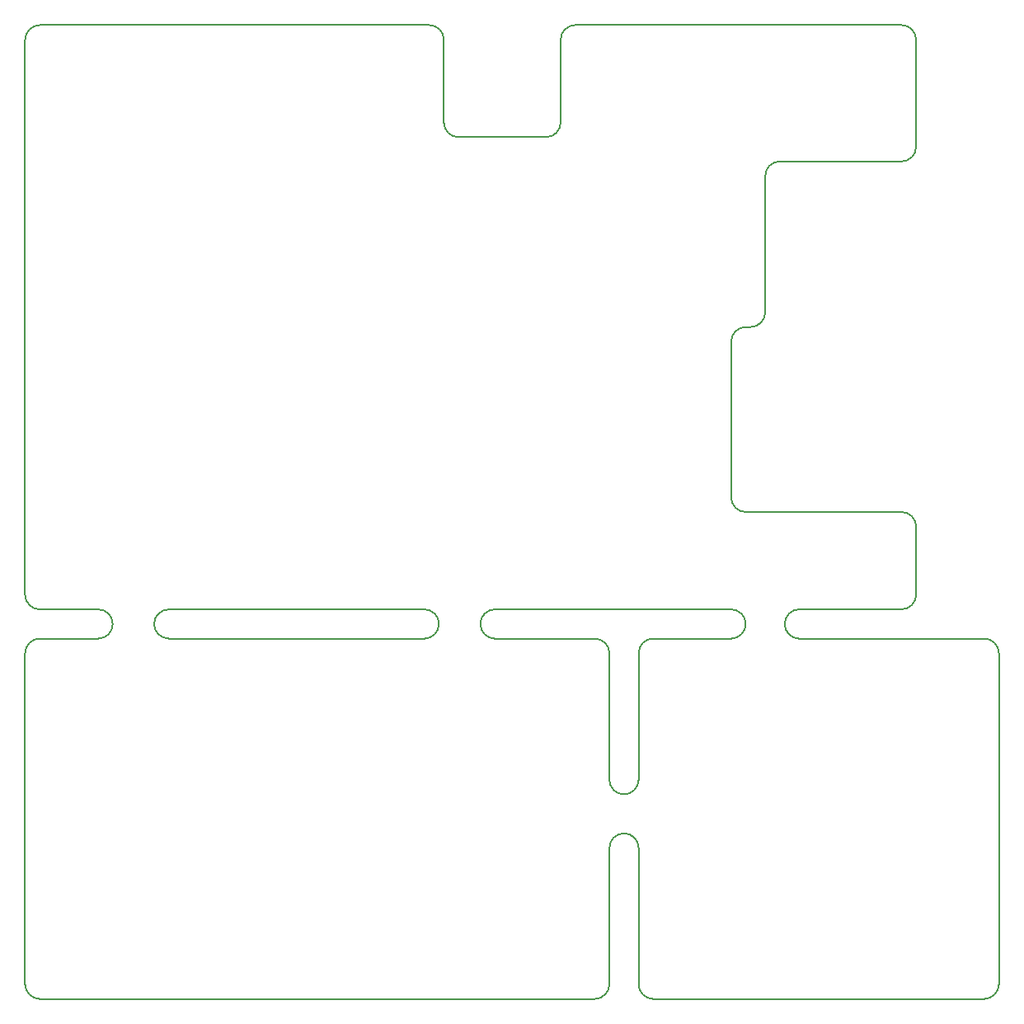
<source format=gbr>
G04 #@! TF.FileFunction,Profile,NP*
%FSLAX46Y46*%
G04 Gerber Fmt 4.6, Leading zero omitted, Abs format (unit mm)*
G04 Created by KiCad (PCBNEW 4.0.1-3.201512221402+6198~38~ubuntu14.04.1-stable) date Tue 26 Jan 2016 10:44:12 AM CET*
%MOMM*%
G01*
G04 APERTURE LIST*
%ADD10C,0.100000*%
%ADD11C,0.150000*%
G04 APERTURE END LIST*
D10*
D11*
X148250000Y-100000000D02*
X172500000Y-100000000D01*
X141000000Y-100000000D02*
X114750000Y-100000000D01*
X114750000Y-103000000D02*
X141000000Y-103000000D01*
X142500000Y-101500000D02*
G75*
G03X141000000Y-100000000I-1500000J0D01*
G01*
X141000000Y-103000000D02*
G75*
G03X142500000Y-101500000I0J1500000D01*
G01*
X101500000Y-100000000D02*
X107500000Y-100000000D01*
X101500000Y-103000000D02*
X107500000Y-103000000D01*
X148250000Y-100000000D02*
G75*
G03X146750000Y-101500000I0J-1500000D01*
G01*
X148250000Y-103000000D02*
X158500000Y-103000000D01*
X146750000Y-101500000D02*
G75*
G03X148250000Y-103000000I1500000J0D01*
G01*
X174000000Y-90000000D02*
X190000000Y-90000000D01*
X177500000Y-54000000D02*
X190000000Y-54000000D01*
X176000000Y-55500000D02*
X176000000Y-69500000D01*
X172500000Y-88500000D02*
X172500000Y-72500000D01*
X174000000Y-71000000D02*
X174500000Y-71000000D01*
X174500000Y-71000000D02*
G75*
G03X176000000Y-69500000I0J1500000D01*
G01*
X174000000Y-71000000D02*
G75*
G03X172500000Y-72500000I0J-1500000D01*
G01*
X161500000Y-119000000D02*
G75*
G03X163000000Y-117500000I0J1500000D01*
G01*
X163000000Y-124500000D02*
G75*
G03X161500000Y-123000000I-1500000J0D01*
G01*
X163000000Y-124500000D02*
X163000000Y-138500000D01*
X163000000Y-104500000D02*
X163000000Y-117500000D01*
X160000000Y-124500000D02*
X160000000Y-138500000D01*
X160000000Y-104500000D02*
X160000000Y-117500000D01*
X161500000Y-123000000D02*
G75*
G03X160000000Y-124500000I0J-1500000D01*
G01*
X160000000Y-117500000D02*
G75*
G03X161500000Y-119000000I1500000J0D01*
G01*
X164500000Y-103000000D02*
X172500000Y-103000000D01*
X164500000Y-140000000D02*
X198500000Y-140000000D01*
X163000000Y-138500000D02*
G75*
G03X164500000Y-140000000I1500000J0D01*
G01*
X158500000Y-140000000D02*
G75*
G03X160000000Y-138500000I0J1500000D01*
G01*
X164500000Y-103000000D02*
G75*
G03X163000000Y-104500000I0J-1500000D01*
G01*
X160000000Y-104500000D02*
G75*
G03X158500000Y-103000000I-1500000J0D01*
G01*
X113250000Y-101500000D02*
G75*
G03X114750000Y-103000000I1500000J0D01*
G01*
X114750000Y-100000000D02*
G75*
G03X113250000Y-101500000I0J-1500000D01*
G01*
X174000000Y-101500000D02*
G75*
G03X172500000Y-100000000I-1500000J0D01*
G01*
X172500000Y-103000000D02*
G75*
G03X174000000Y-101500000I0J1500000D01*
G01*
X178000000Y-101500000D02*
G75*
G03X179500000Y-103000000I1500000J0D01*
G01*
X179500000Y-100000000D02*
G75*
G03X178000000Y-101500000I0J-1500000D01*
G01*
X190000000Y-100000000D02*
X179500000Y-100000000D01*
X198500000Y-103000000D02*
X179500000Y-103000000D01*
X107500000Y-103000000D02*
G75*
G03X109000000Y-101500000I0J1500000D01*
G01*
X109000000Y-101500000D02*
G75*
G03X107500000Y-100000000I-1500000J0D01*
G01*
X198500000Y-140000000D02*
G75*
G03X200000000Y-138500000I0J1500000D01*
G01*
X200000000Y-104500000D02*
G75*
G03X198500000Y-103000000I-1500000J0D01*
G01*
X101500000Y-103000000D02*
G75*
G03X100000000Y-104500000I0J-1500000D01*
G01*
X100000000Y-138500000D02*
G75*
G03X101500000Y-140000000I1500000J0D01*
G01*
X100000000Y-104500000D02*
X100000000Y-138500000D01*
X200000000Y-104500000D02*
X200000000Y-138500000D01*
X101500000Y-140000000D02*
X158500000Y-140000000D01*
X191500000Y-91500000D02*
G75*
G03X190000000Y-90000000I-1500000J0D01*
G01*
X172500000Y-88500000D02*
G75*
G03X174000000Y-90000000I1500000J0D01*
G01*
X177500000Y-54000000D02*
G75*
G03X176000000Y-55500000I0J-1500000D01*
G01*
X190000000Y-54000000D02*
G75*
G03X191500000Y-52500000I0J1500000D01*
G01*
X191500000Y-41500000D02*
X191500000Y-52500000D01*
X143000000Y-41500000D02*
G75*
G03X141500000Y-40000000I-1500000J0D01*
G01*
X156500000Y-40000000D02*
G75*
G03X155000000Y-41500000I0J-1500000D01*
G01*
X153500000Y-51500000D02*
G75*
G03X155000000Y-50000000I0J1500000D01*
G01*
X143000000Y-50000000D02*
G75*
G03X144500000Y-51500000I1500000J0D01*
G01*
X144500000Y-51500000D02*
X153500000Y-51500000D01*
X143000000Y-41500000D02*
X143000000Y-50000000D01*
X155000000Y-41500000D02*
X155000000Y-50000000D01*
X190000000Y-40000000D02*
X156500000Y-40000000D01*
X100000000Y-41500000D02*
X100000000Y-98500000D01*
X191500000Y-91500000D02*
X191500000Y-98500000D01*
X191500000Y-41500000D02*
G75*
G03X190000000Y-40000000I-1500000J0D01*
G01*
X190000000Y-100000000D02*
G75*
G03X191500000Y-98500000I0J1500000D01*
G01*
X100000000Y-98500000D02*
G75*
G03X101500000Y-100000000I1500000J0D01*
G01*
X101500000Y-40000000D02*
G75*
G03X100000000Y-41500000I0J-1500000D01*
G01*
X101500000Y-40000000D02*
X141500000Y-40000000D01*
M02*

</source>
